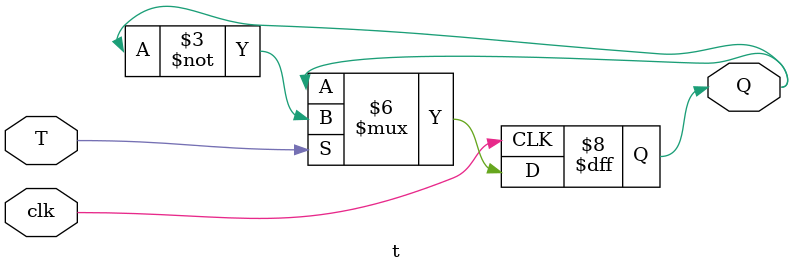
<source format=v>
`timescale 1ns / 1ps

module t(T,clk,Q);
	input T , clk;
	output reg Q = 0;
	
	always @(posedge clk)
	begin
		if(T==1)
		begin
			Q = ~Q;
		end
	end 



endmodule

</source>
